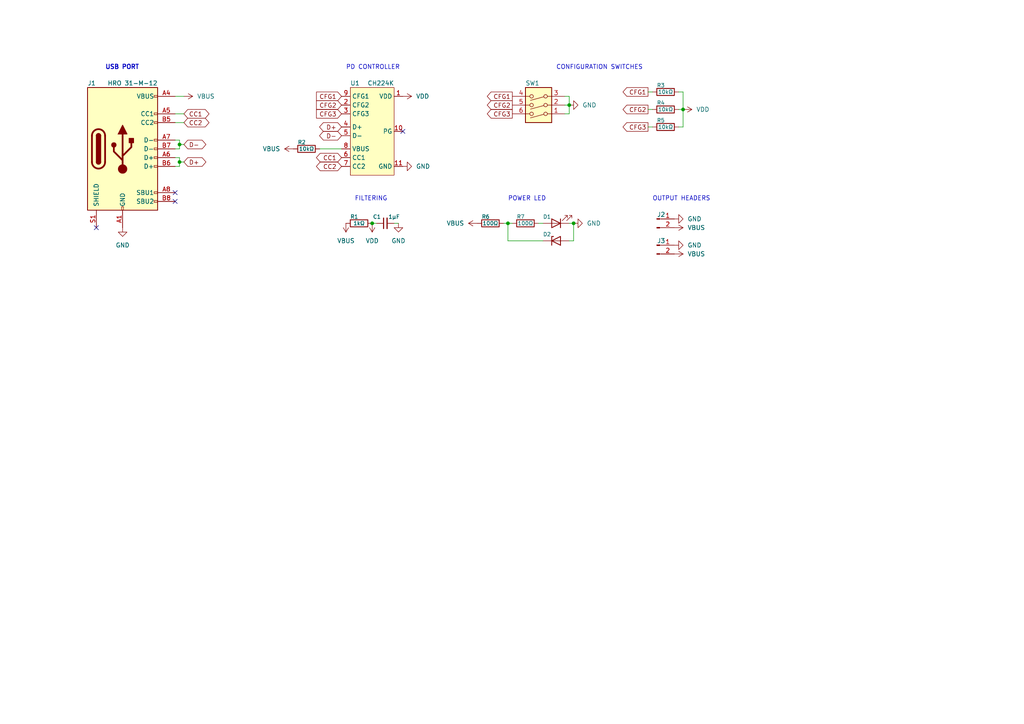
<source format=kicad_sch>
(kicad_sch (version 20230121) (generator eeschema)
  (paper "A4")
  (title_block (title "BREADPOW") (date "2023-08-18") (rev "0.1.1") (company "moth.monster"))
  (lib_symbols
    (symbol "CH224K:CH224K"
      (property "Reference" "U" (at -6.35 13.97 0))
      (property "Value" "CH224K" (at 6.35 13.97 0))
      (symbol "CH224K_1_1"
        (rectangle (start -6.35 12.7) (end 6.35 -12.7) (fill (type background)))
        (pin power_in line (at 8.89 10.16 180) (length 2.54) (name "VDD") (number "1"))
        (pin output line (at 8.89 0 180) (length 2.54) (name "PG") (number "10"))
        (pin power_out line (at 8.89 -10.16 180) (length 2.54) (name "GND") (number "11"))
        (pin input line (at -8.89 7.62 0) (length 2.54) (name "CFG2") (number "2"))
        (pin input line (at -8.89 5.08 0) (length 2.54) (name "CFG3") (number "3"))
        (pin bidirectional line (at -8.89 1.27 0) (length 2.54) (name "D+") (number "4"))
        (pin bidirectional line (at -8.89 -1.27 0) (length 2.54) (name "D-") (number "5"))
        (pin bidirectional line (at -8.89 -7.62 0) (length 2.54) (name "CC1") (number "6"))
        (pin bidirectional line (at -8.89 -10.16 0) (length 2.54) (name "CC2") (number "7"))
        (pin input line (at -8.89 -5.08 0) (length 2.54) (name "VBUS") (number "8"))
        (pin input line (at -8.89 10.16 0) (length 2.54) (name "CFG1") (number "9"))
      )
    )
    (symbol "Connector:Conn_01x02_Pin" (pin_names (offset 1.016) hide)
      (property "Reference" "J" (at 0 2.54 0))
      (property "Value" "Conn_01x02_Pin" (at 0 -5.08 0))
      (symbol "Conn_01x02_Pin_1_1"
        (polyline (pts (xy 1.27 -2.54) (xy 0.8636 -2.54)) (stroke (width 0.1524)))
        (polyline (pts (xy 1.27 0) (xy 0.8636 0)) (stroke (width 0.1524)))
        (rectangle (start 0.8636 -2.413) (end 0 -2.667) (stroke (width 0.1524)) (fill (type outline)))
        (rectangle (start 0.8636 0.127) (end 0 -0.127) (stroke (width 0.1524)) (fill (type outline)))
        (pin passive line (at 5.08 0 180) (length 3.81) (name "Pin_1") (number "1"))
        (pin passive line (at 5.08 -2.54 180) (length 3.81) (name "Pin_2") (number "2"))
      )
    )
    (symbol "Connector:USB_C_Receptacle_USB2.0" (pin_names (offset 1.016))
      (property "Reference" "J" (at -10.16 19.05 0))
      (property "Value" "USB_C_Receptacle_USB2.0" (at 19.05 19.05 0))
      (symbol "USB_C_Receptacle_USB2.0_0_0"
        (rectangle (start -0.254 -17.78) (end 0.254 -16.764))
        (rectangle (start 10.16 -14.986) (end 9.144 -15.494))
        (rectangle (start 10.16 -12.446) (end 9.144 -12.954))
        (rectangle (start 10.16 -4.826) (end 9.144 -5.334))
        (rectangle (start 10.16 -2.286) (end 9.144 -2.794))
        (rectangle (start 10.16 0.254) (end 9.144 -0.254))
        (rectangle (start 10.16 2.794) (end 9.144 2.286))
        (rectangle (start 10.16 7.874) (end 9.144 7.366))
        (rectangle (start 10.16 10.414) (end 9.144 9.906))
        (rectangle (start 10.16 15.494) (end 9.144 14.986))
      )
      (symbol "USB_C_Receptacle_USB2.0_0_1"
        (rectangle (start -10.16 17.78) (end 10.16 -17.78) (stroke (width 0.254)) (fill (type background)))
        (arc (start -8.89 -3.81) (mid -6.985 -5.7067) (end -5.08 -3.81) (stroke (width 0.508)))
        (arc (start -7.62 -3.81) (mid -6.985 -4.4423) (end -6.35 -3.81) (stroke (width 0.254)))
        (arc (start -7.62 -3.81) (mid -6.985 -4.4423) (end -6.35 -3.81) (stroke (width 0.254)) (fill (type outline)))
        (rectangle (start -7.62 -3.81) (end -6.35 3.81) (stroke (width 0.254)) (fill (type outline)))
        (arc (start -6.35 3.81) (mid -6.985 4.4423) (end -7.62 3.81) (stroke (width 0.254)))
        (arc (start -6.35 3.81) (mid -6.985 4.4423) (end -7.62 3.81) (stroke (width 0.254)) (fill (type outline)))
        (arc (start -5.08 3.81) (mid -6.985 5.7067) (end -8.89 3.81) (stroke (width 0.508)))
        (circle (center -2.54 1.143) (radius 0.635) (stroke (width 0.254)) (fill (type outline)))
        (circle (center 0 -5.842) (radius 1.27) (fill (type outline)))
        (polyline (pts (xy -8.89 -3.81) (xy -8.89 3.81)) (stroke (width 0.508)))
        (polyline (pts (xy -5.08 3.81) (xy -5.08 -3.81)) (stroke (width 0.508)))
        (polyline (pts (xy 0 -5.842) (xy 0 4.318)) (stroke (width 0.508)))
        (polyline (pts (xy 0 -3.302) (xy -2.54 -0.762) (xy -2.54 0.508)) (stroke (width 0.508)))
        (polyline (pts (xy 0 -2.032) (xy 2.54 0.508) (xy 2.54 1.778)) (stroke (width 0.508)))
        (polyline (pts (xy -1.27 4.318) (xy 0 6.858) (xy 1.27 4.318) (xy -1.27 4.318)) (stroke (width 0.254)) (fill (type outline)))
        (rectangle (start 1.905 1.778) (end 3.175 3.048) (stroke (width 0.254)) (fill (type outline)))
      )
      (symbol "USB_C_Receptacle_USB2.0_1_1"
        (pin passive line (at 0 -22.86 90) (length 5.08) (name "GND") (number "A1"))
        (pin passive line (at 0 -22.86 90) (length 5.08) hide (name "GND") (number "A12"))
        (pin passive line (at 15.24 15.24 180) (length 5.08) (name "VBUS") (number "A4"))
        (pin bidirectional line (at 15.24 10.16 180) (length 5.08) (name "CC1") (number "A5"))
        (pin bidirectional line (at 15.24 -2.54 180) (length 5.08) (name "D+") (number "A6"))
        (pin bidirectional line (at 15.24 2.54 180) (length 5.08) (name "D-") (number "A7"))
        (pin bidirectional line (at 15.24 -12.7 180) (length 5.08) (name "SBU1") (number "A8"))
        (pin passive line (at 15.24 15.24 180) (length 5.08) hide (name "VBUS") (number "A9"))
        (pin passive line (at 0 -22.86 90) (length 5.08) hide (name "GND") (number "B1"))
        (pin passive line (at 0 -22.86 90) (length 5.08) hide (name "GND") (number "B12"))
        (pin passive line (at 15.24 15.24 180) (length 5.08) hide (name "VBUS") (number "B4"))
        (pin bidirectional line (at 15.24 7.62 180) (length 5.08) (name "CC2") (number "B5"))
        (pin bidirectional line (at 15.24 -5.08 180) (length 5.08) (name "D+") (number "B6"))
        (pin bidirectional line (at 15.24 0 180) (length 5.08) (name "D-") (number "B7"))
        (pin bidirectional line (at 15.24 -15.24 180) (length 5.08) (name "SBU2") (number "B8"))
        (pin passive line (at 15.24 15.24 180) (length 5.08) hide (name "VBUS") (number "B9"))
        (pin passive line (at -7.62 -22.86 90) (length 5.08) (name "SHIELD") (number "S1"))
      )
    )
    (symbol "Device:C_Small" (pin_numbers hide) (pin_names (offset 0.254) hide)
      (property "Reference" "C" (at 0.254 1.778 0))
      (property "Value" "C_Small" (at 0.254 -2.032 0))
      (symbol "C_Small_0_1"
        (polyline (pts (xy -1.524 -0.508) (xy 1.524 -0.508)) (stroke (width 0.3302)))
        (polyline (pts (xy -1.524 0.508) (xy 1.524 0.508)) (stroke (width 0.3048)))
      )
      (symbol "C_Small_1_1"
        (pin passive line (at 0 2.54 270) (length 2.032) (name "~") (number "1"))
        (pin passive line (at 0 -2.54 90) (length 2.032) (name "~") (number "2"))
      )
    )
    (symbol "Device:D_Zener" (pin_numbers hide) (pin_names (offset 1.016) hide)
      (property "Reference" "D" (at 0 2.54 0))
      (property "Value" "D_Zener" (at 0 -2.54 0))
      (symbol "D_Zener_0_1"
        (polyline (pts (xy 1.27 0) (xy -1.27 0)))
        (polyline (pts (xy -1.27 -1.27) (xy -1.27 1.27) (xy -0.762 1.27)) (stroke (width 0.254)))
        (polyline (pts (xy 1.27 -1.27) (xy 1.27 1.27) (xy -1.27 0) (xy 1.27 -1.27)) (stroke (width 0.254)))
      )
      (symbol "D_Zener_1_1"
        (pin passive line (at -3.81 0 0) (length 2.54) (name "K") (number "1"))
        (pin passive line (at 3.81 0 180) (length 2.54) (name "A") (number "2"))
      )
    )
    (symbol "Device:LED" (pin_numbers hide) (pin_names (offset 1.016) hide)
      (property "Reference" "D" (at 0 2.54 0))
      (property "Value" "LED" (at 0 -2.54 0))
      (symbol "LED_0_1"
        (polyline (pts (xy -1.27 -1.27) (xy -1.27 1.27)) (stroke (width 0.254)))
        (polyline (pts (xy -1.27 0) (xy 1.27 0)))
        (polyline (pts (xy 1.27 -1.27) (xy 1.27 1.27) (xy -1.27 0) (xy 1.27 -1.27)) (stroke (width 0.254)))
        (polyline (pts (xy -3.048 -0.762) (xy -4.572 -2.286) (xy -3.81 -2.286) (xy -4.572 -2.286) (xy -4.572 -1.524)))
        (polyline (pts (xy -1.778 -0.762) (xy -3.302 -2.286) (xy -2.54 -2.286) (xy -3.302 -2.286) (xy -3.302 -1.524)))
      )
      (symbol "LED_1_1"
        (pin passive line (at -3.81 0 0) (length 2.54) (name "K") (number "1"))
        (pin passive line (at 3.81 0 180) (length 2.54) (name "A") (number "2"))
      )
    )
    (symbol "Device:R" (pin_numbers hide) (pin_names (offset 0))
      (property "Reference" "R" (at 2.032 0 90))
      (property "Value" "R" (at 0 0 90))
      (symbol "R_0_1"
        (rectangle (start -1.016 -2.54) (end 1.016 2.54) (stroke (width 0.254)))
      )
      (symbol "R_1_1"
        (pin passive line (at 0 3.81 270) (length 1.27) (name "~") (number "1"))
        (pin passive line (at 0 -3.81 90) (length 1.27) (name "~") (number "2"))
      )
    )
    (symbol "Switch:SW_DIP_x03" (pin_names (offset 0) hide)
      (property "Reference" "SW" (at 0 8.89 0))
      (property "Value" "SW_DIP_x03" (at 0 -3.81 0))
      (symbol "SW_DIP_x03_0_0"
        (circle (center -2.032 0) (radius 0.508))
        (circle (center -2.032 2.54) (radius 0.508))
        (circle (center -2.032 5.08) (radius 0.508))
        (polyline (pts (xy -1.524 0.127) (xy 2.3622 1.1684)))
        (polyline (pts (xy -1.524 2.667) (xy 2.3622 3.7084)))
        (polyline (pts (xy -1.524 5.207) (xy 2.3622 6.2484)))
        (circle (center 2.032 0) (radius 0.508))
        (circle (center 2.032 2.54) (radius 0.508))
        (circle (center 2.032 5.08) (radius 0.508))
      )
      (symbol "SW_DIP_x03_0_1"
        (rectangle (start -3.81 7.62) (end 3.81 -2.54) (stroke (width 0.254)) (fill (type background)))
      )
      (symbol "SW_DIP_x03_1_1"
        (pin passive line (at -7.62 5.08 0) (length 5.08) (name "~") (number "1"))
        (pin passive line (at -7.62 2.54 0) (length 5.08) (name "~") (number "2"))
        (pin passive line (at -7.62 0 0) (length 5.08) (name "~") (number "3"))
        (pin passive line (at 7.62 0 180) (length 5.08) (name "~") (number "4"))
        (pin passive line (at 7.62 2.54 180) (length 5.08) (name "~") (number "5"))
        (pin passive line (at 7.62 5.08 180) (length 5.08) (name "~") (number "6"))
      )
    )
    (symbol "power:GND" (power) (pin_names (offset 0))
      (property "Value" "GND" (at 0 -3.81 0))
      (symbol "GND_0_1"
        (polyline (pts (xy 0 0) (xy 0 -1.27) (xy 1.27 -1.27) (xy 0 -2.54) (xy -1.27 -1.27) (xy 0 -1.27)))
      )
      (symbol "GND_1_1"
        (pin power_in line (at 0 0 270) (length 0) hide (name "GND") (number "1"))
      )
    )
    (symbol "power:VBUS" (power) (pin_names (offset 0))
      (property "Value" "VBUS" (at 0 3.81 0))
      (symbol "VBUS_0_1"
        (polyline (pts (xy -0.762 1.27) (xy 0 2.54)))
        (polyline (pts (xy 0 0) (xy 0 2.54)))
        (polyline (pts (xy 0 2.54) (xy 0.762 1.27)))
      )
      (symbol "VBUS_1_1"
        (pin power_in line (at 0 0 90) (length 0) hide (name "VBUS") (number "1"))
      )
    )
    (symbol "power:VDD" (power) (pin_names (offset 0))
      (property "Value" "VDD" (at 0 3.81 0))
      (symbol "VDD_0_1"
        (polyline (pts (xy -0.762 1.27) (xy 0 2.54)))
        (polyline (pts (xy 0 0) (xy 0 2.54)))
        (polyline (pts (xy 0 2.54) (xy 0.762 1.27)))
      )
      (symbol "VDD_1_1"
        (pin power_in line (at 0 0 90) (length 0) hide (name "VDD") (number "1"))
      )
    )
  )
  (junction (at 198.12 31.75))
  (junction (at 165.1 30.48))
  (junction (at 107.95 64.77))
  (junction (at 52.07 46.99))
  (junction (at 147.32 64.77))
  (junction (at 52.07 41.91))
  (junction (at 166.37 64.77))
  (no_connect (at 116.84 38.1))
  (no_connect (at 27.94 66.04))
  (no_connect (at 50.8 58.42))
  (no_connect (at 50.8 55.88))
  (wire (pts (xy 163.83 27.94) (xy 165.1 27.94)))
  (wire (pts (xy 165.1 64.77) (xy 166.37 64.77)))
  (wire (pts (xy 187.96 26.67) (xy 189.23 26.67)))
  (wire (pts (xy 187.96 31.75) (xy 189.23 31.75)))
  (wire (pts (xy 52.07 46.99) (xy 52.07 48.26)))
  (wire (pts (xy 52.07 46.99) (xy 53.34 46.99)))
  (wire (pts (xy 114.3 64.77) (xy 115.57 64.77)))
  (wire (pts (xy 50.8 43.18) (xy 52.07 43.18)))
  (wire (pts (xy 156.21 64.77) (xy 157.48 64.77)))
  (wire (pts (xy 147.32 64.77) (xy 148.59 64.77)))
  (wire (pts (xy 52.07 40.64) (xy 52.07 41.91)))
  (wire (pts (xy 198.12 31.75) (xy 198.12 36.83)))
  (wire (pts (xy 166.37 69.85) (xy 166.37 64.77)))
  (wire (pts (xy 196.85 36.83) (xy 198.12 36.83)))
  (wire (pts (xy 147.32 69.85) (xy 157.48 69.85)))
  (wire (pts (xy 196.85 26.67) (xy 198.12 26.67)))
  (wire (pts (xy 165.1 27.94) (xy 165.1 30.48)))
  (wire (pts (xy 107.95 64.77) (xy 109.22 64.77)))
  (wire (pts (xy 50.8 33.02) (xy 53.34 33.02)))
  (wire (pts (xy 50.8 48.26) (xy 52.07 48.26)))
  (wire (pts (xy 50.8 40.64) (xy 52.07 40.64)))
  (wire (pts (xy 50.8 27.94) (xy 53.34 27.94)))
  (wire (pts (xy 50.8 35.56) (xy 53.34 35.56)))
  (wire (pts (xy 52.07 41.91) (xy 52.07 43.18)))
  (wire (pts (xy 92.71 43.18) (xy 99.06 43.18)))
  (wire (pts (xy 165.1 30.48) (xy 165.1 33.02)))
  (wire (pts (xy 196.85 31.75) (xy 198.12 31.75)))
  (wire (pts (xy 146.05 64.77) (xy 147.32 64.77)))
  (wire (pts (xy 52.07 45.72) (xy 52.07 46.99)))
  (wire (pts (xy 50.8 45.72) (xy 52.07 45.72)))
  (wire (pts (xy 147.32 64.77) (xy 147.32 69.85)))
  (wire (pts (xy 165.1 69.85) (xy 166.37 69.85)))
  (wire (pts (xy 198.12 26.67) (xy 198.12 31.75)))
  (wire (pts (xy 52.07 41.91) (xy 53.34 41.91)))
  (wire (pts (xy 187.96 36.83) (xy 189.23 36.83)))
  (wire (pts (xy 163.83 33.02) (xy 165.1 33.02)))
  (wire (pts (xy 163.83 30.48) (xy 165.1 30.48)))
  (text "PD CONTROLLER" (at 100.33 20.32 0) (effects (font (size 1.27 1.27)) (justify left bottom)))
  (text "USB PORT" (at 30.48 20.32 0) (effects (font (size 1.27 1.27) (thickness 0.254) bold) (justify left bottom)))
  (text "CONFIGURATION SWITCHES" (at 161.29 20.32 0) (effects (font (size 1.27 1.27)) (justify left bottom)))
  (text "FILTERING" (at 102.87 58.42 0) (effects (font (size 1.27 1.27)) (justify left bottom)))
  (text "OUTPUT HEADERS" (at 189.23 58.42 0) (effects (font (size 1.27 1.27)) (justify left bottom)))
  (text "POWER LED" (at 147.32 58.42 0) (effects (font (size 1.27 1.27)) (justify left bottom)))
  (global_label "D-" (shape bidirectional) (at 53.34 41.91 0) (property "Intersheetrefs" "${INTERSHEET_REFS}" (effects hide)))
  (global_label "CFG1" (shape input) (at 99.06 27.94 180) (property "Intersheetrefs" "${INTERSHEET_REFS}" (effects hide)))
  (global_label "CC2" (shape bidirectional) (at 99.06 48.26 180) (property "Intersheetrefs" "${INTERSHEET_REFS}" (effects hide)))
  (global_label "CC1" (shape bidirectional) (at 53.34 33.02 0) (property "Intersheetrefs" "${INTERSHEET_REFS}" (effects hide)))
  (global_label "D+" (shape bidirectional) (at 53.34 46.99 0) (property "Intersheetrefs" "${INTERSHEET_REFS}" (effects hide)))
  (global_label "CFG3" (shape output) (at 148.59 33.02 180) (property "Intersheetrefs" "${INTERSHEET_REFS}" (effects hide)))
  (global_label "CFG3" (shape input) (at 99.06 33.02 180) (property "Intersheetrefs" "${INTERSHEET_REFS}" (effects hide)))
  (global_label "CC2" (shape bidirectional) (at 53.34 35.56 0) (property "Intersheetrefs" "${INTERSHEET_REFS}" (effects hide)))
  (global_label "D+" (shape bidirectional) (at 99.06 36.83 180) (property "Intersheetrefs" "${INTERSHEET_REFS}" (effects hide)))
  (global_label "CFG2" (shape input) (at 99.06 30.48 180) (property "Intersheetrefs" "${INTERSHEET_REFS}" (effects hide)))
  (global_label "CFG2" (shape output) (at 148.59 30.48 180) (property "Intersheetrefs" "${INTERSHEET_REFS}" (effects hide)))
  (global_label "CC1" (shape bidirectional) (at 99.06 45.72 180) (property "Intersheetrefs" "${INTERSHEET_REFS}" (effects hide)))
  (global_label "CFG1" (shape output) (at 187.96 26.67 180) (property "Intersheetrefs" "${INTERSHEET_REFS}" (effects hide)))
  (global_label "CFG3" (shape output) (at 187.96 36.83 180) (property "Intersheetrefs" "${INTERSHEET_REFS}" (effects hide)))
  (global_label "CFG1" (shape output) (at 148.59 27.94 180) (property "Intersheetrefs" "${INTERSHEET_REFS}" (effects hide)))
  (global_label "D-" (shape bidirectional) (at 99.06 39.37 180) (property "Intersheetrefs" "${INTERSHEET_REFS}" (effects hide)))
  (global_label "CFG2" (shape output) (at 187.96 31.75 180) (property "Intersheetrefs" "${INTERSHEET_REFS}" (effects hide)))
  (symbol (lib_id "Connector:USB_C_Receptacle_USB2.0") (at 35.56 43.18 0) (unit 1)
    (property "Reference" "J1" (at 25.4 24.13 0) (effects (justify left)))
    (property "Value" "HRO 31-M-12" (at 45.72 24.13 0) (effects (justify right)))
    (property "Footprint" "Connector_USB:USB_C_Receptacle_HRO_TYPE-C-31-M-12" (effects hide))
    (property "Datasheet" "https://www.usb.org/sites/default/files/documents/usb_type-c.zip" (effects hide))
    (property "JLC" "C165948" (effects hide))
  )
  (symbol (lib_id "Switch:SW_DIP_x03") (at 156.21 27.94 180) (unit 1)
    (property "Reference" "SW1" (at 152.4 24.13 0) (effects (justify right)))
    (property "Value" "SW_DIP_x03" (effects hide))
    (property "Footprint" "breadpow:DSHP03TSGER" (effects hide))
    (property "JLC" "C3293143" (effects hide))
  )
  (symbol (lib_id "CH224K:CH224K") (at 107.95 38.1 0) (unit 1)
    (property "Reference" "U1" (at 101.6 24.13 0) (effects (justify left)))
    (property "Value" "CH224K" (at 114.3 24.13 0) (effects (justify right)))
    (property "Footprint" "breadpow:CH224K_ESSOP10" (effects hide))
    (property "Datasheet" "https://www.wch-ic.com/downloads/file/302.html?time=2022-12-12%2022:41:42&code=FDTIabT5Homz4IkkJdm5H4FuCJCy6hlUhAO9rf9Q" (effects hide))
    (property "JLC" "C970725" (effects hide))
  )
  (symbol (lib_id "power:VDD") (at 107.95 64.77 180) (unit 1)
    (property "Reference" "#PWR06" (effects hide))
    (property "Value" "VDD" (at 107.95 69.85 0))
  )
  (symbol (lib_id "power:GND") (at 195.58 71.12 90) (unit 1)
    (property "Reference" "#PWR014" (effects hide))
    (property "Value" "GND" (at 199.39 71.12 90) (effects (justify right)))
  )
  (symbol (lib_id "Device:D_Zener") (at 161.29 69.85 0) (unit 1)
    (property "Reference" "D2" (at 157.48 68.58 0) (effects (font (size 1.1 1.1)) (justify left bottom)))
    (property "Value" "D_Zener" (effects hide))
    (property "Footprint" "Diode_SMD:D_MiniMELF" (effects hide))
    (property "JLC" "C2857251" (effects hide))
  )
  (symbol (lib_id "Device:R") (at 193.04 26.67 270) (unit 1)
    (property "Reference" "R3" (at 190.5 24.13 90) (effects (font (size 1.1 1.1)) (justify left top)))
    (property "Value" "10kΩ" (at 193.04 26.67 90) (effects (font (size 1.1 1.1))))
    (property "Footprint" "Resistor_SMD:R_0603_1608Metric" (effects hide))
    (property "JLC" "C25804" (effects hide))
  )
  (symbol (lib_id "power:VDD") (at 198.12 31.75 270) (unit 1)
    (property "Reference" "#PWR010" (effects hide))
    (property "Value" "VDD" (at 201.93 31.75 90) (effects (justify left)))
  )
  (symbol (lib_id "power:GND") (at 116.84 48.26 90) (unit 1)
    (property "Reference" "#PWR04" (effects hide))
    (property "Value" "GND" (at 120.65 48.26 90) (effects (justify right)))
  )
  (symbol (lib_id "power:VBUS") (at 195.58 66.04 270) (unit 1)
    (property "Reference" "#PWR015" (effects hide))
    (property "Value" "VBUS" (at 199.39 66.04 90) (effects (justify left)))
  )
  (symbol (lib_id "Device:R") (at 104.14 64.77 270) (unit 1)
    (property "Reference" "R1" (at 101.6 62.23 90) (effects (font (size 1.1 1.1)) (justify left top)))
    (property "Value" "1kΩ" (at 104.14 64.77 90) (effects (font (size 1.1 1.1))))
    (property "Footprint" "Resistor_SMD:R_0603_1608Metric" (effects hide))
    (property "JLC" "C21190" (effects hide))
  )
  (symbol (lib_id "Device:R") (at 152.4 64.77 270) (unit 1)
    (property "Reference" "R7" (at 149.86 62.23 90) (effects (font (size 1.1 1.1)) (justify left top)))
    (property "Value" "100Ω" (at 152.4 64.77 90) (effects (font (size 1.1 1.1))))
    (property "Footprint" "Resistor_SMD:R_0603_1608Metric" (effects hide))
    (property "JLC" "C22775" (effects hide))
  )
  (symbol (lib_id "power:GND") (at 166.37 64.77 90) (unit 1)
    (property "Reference" "#PWR012" (effects hide))
    (property "Value" "GND" (at 170.18 64.77 90) (effects (justify right)))
  )
  (symbol (lib_id "power:GND") (at 165.1 30.48 90) (unit 1)
    (property "Reference" "#PWR09" (effects hide))
    (property "Value" "GND" (at 168.91 30.48 90) (effects (justify right)))
  )
  (symbol (lib_id "power:GND") (at 35.56 66.04 0) (unit 1)
    (property "Reference" "#PWR02" (effects hide))
    (property "Value" "GND" (at 35.56 71.12 0))
  )
  (symbol (lib_id "Device:R") (at 193.04 36.83 270) (unit 1)
    (property "Reference" "R5" (at 190.5 34.29 90) (effects (font (size 1.1 1.1)) (justify left top)))
    (property "Value" "10kΩ" (at 193.04 36.83 90) (effects (font (size 1.1 1.1))))
    (property "Footprint" "Resistor_SMD:R_0603_1608Metric" (effects hide))
    (property "JLC" "C25804" (effects hide))
  )
  (symbol (lib_id "power:VBUS") (at 138.43 64.77 90) (unit 1)
    (property "Reference" "#PWR011" (effects hide))
    (property "Value" "VBUS" (at 134.62 64.77 90) (effects (justify left)))
  )
  (symbol (lib_id "power:VBUS") (at 195.58 73.66 270) (unit 1)
    (property "Reference" "#PWR016" (effects hide))
    (property "Value" "VBUS" (at 199.39 73.66 90) (effects (justify left)))
  )
  (symbol (lib_id "Device:C_Small") (at 111.76 64.77 90) (unit 1)
    (property "Reference" "C1" (at 110.49 63.5 90) (effects (font (size 1.1 1.1)) (justify left top)))
    (property "Value" "1µF" (at 114.3 63.5 90) (effects (font (size 1.1 1.1)) (justify top)))
    (property "Footprint" "Capacitor_SMD:C_0603_1608Metric" (effects hide))
    (property "JLC" "C15849" (effects hide))
  )
  (symbol (lib_id "Device:R") (at 88.9 43.18 270) (unit 1)
    (property "Reference" "R2" (at 86.36 40.64 90) (effects (font (size 1.1 1.1)) (justify left top)))
    (property "Value" "10kΩ" (at 88.9 43.18 90) (effects (font (size 1.1 1.1))))
    (property "Footprint" "Resistor_SMD:R_0603_1608Metric" (effects hide))
    (property "JLC" "C25804" (effects hide))
  )
  (symbol (lib_id "power:GND") (at 115.57 64.77 0) (unit 1)
    (property "Reference" "#PWR08" (effects hide))
    (property "Value" "GND" (at 115.57 69.85 0))
  )
  (symbol (lib_id "Connector:Conn_01x02_Pin") (at 190.5 71.12 0) (unit 1)
    (property "Reference" "J3" (at 191.77 69.85 0))
    (property "Value" "Conn_01x02_Pin" (effects hide))
    (property "Footprint" "Connector_PinHeader_2.54mm:PinHeader_1x02_P2.54mm_Vertical" (effects hide))
  )
  (symbol (lib_id "power:VDD") (at 116.84 27.94 270) (unit 1)
    (property "Reference" "#PWR05" (effects hide))
    (property "Value" "VDD" (at 120.65 27.94 90) (effects (justify left)))
  )
  (symbol (lib_id "power:VBUS") (at 100.33 64.77 180) (unit 1)
    (property "Reference" "#PWR07" (effects hide))
    (property "Value" "VBUS" (at 100.33 69.85 0))
  )
  (symbol (lib_id "Device:R") (at 193.04 31.75 270) (unit 1)
    (property "Reference" "R4" (at 190.5 29.21 90) (effects (font (size 1.1 1.1)) (justify left top)))
    (property "Value" "10kΩ" (at 193.04 31.75 90) (effects (font (size 1.1 1.1))))
    (property "Footprint" "Resistor_SMD:R_0603_1608Metric" (effects hide))
    (property "JLC" "C25804" (effects hide))
  )
  (symbol (lib_id "power:VBUS") (at 53.34 27.94 270) (unit 1)
    (property "Reference" "#PWR01" (effects hide))
    (property "Value" "VBUS" (at 57.15 27.94 90) (effects (justify left)))
  )
  (symbol (lib_id "Device:R") (at 142.24 64.77 270) (unit 1)
    (property "Reference" "R6" (at 139.7 62.23 90) (effects (font (size 1.1 1.1)) (justify left top)))
    (property "Value" "100Ω" (at 142.24 64.77 90) (effects (font (size 1.1 1.1))))
    (property "Footprint" "Resistor_SMD:R_0603_1608Metric" (effects hide))
    (property "JLC" "C22775" (effects hide))
  )
  (symbol (lib_id "power:VBUS") (at 85.09 43.18 90) (unit 1)
    (property "Reference" "#PWR03" (effects hide))
    (property "Value" "VBUS" (at 81.28 43.18 90) (effects (justify left)))
  )
  (symbol (lib_id "power:GND") (at 195.58 63.5 90) (unit 1)
    (property "Reference" "#PWR013" (effects hide))
    (property "Value" "GND" (at 199.39 63.5 90) (effects (justify right)))
  )
  (symbol (lib_id "Device:LED") (at 161.29 64.77 180) (unit 1)
    (property "Reference" "D1" (at 157.48 63.5 0) (effects (font (size 1.1 1.1)) (justify right top)))
    (property "Value" "LED" (effects hide))
    (property "Footprint" "LED_SMD:LED_0603_1608Metric" (effects hide))
    (property "JLC" "C2286" (effects hide))
  )
  (symbol (lib_id "Connector:Conn_01x02_Pin") (at 190.5 63.5 0) (unit 1)
    (property "Reference" "J2" (at 191.77 62.23 0))
    (property "Value" "Conn_01x02_Pin" (effects hide))
    (property "Footprint" "Connector_PinHeader_2.54mm:PinHeader_1x02_P2.54mm_Vertical" (effects hide))
  )
)
</source>
